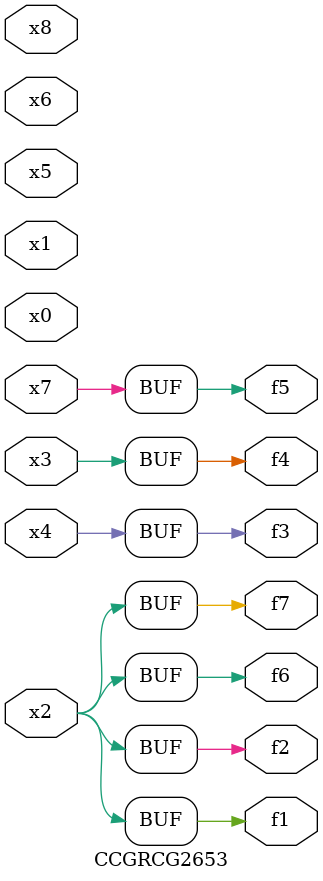
<source format=v>
module CCGRCG2653(
	input x0, x1, x2, x3, x4, x5, x6, x7, x8,
	output f1, f2, f3, f4, f5, f6, f7
);
	assign f1 = x2;
	assign f2 = x2;
	assign f3 = x4;
	assign f4 = x3;
	assign f5 = x7;
	assign f6 = x2;
	assign f7 = x2;
endmodule

</source>
